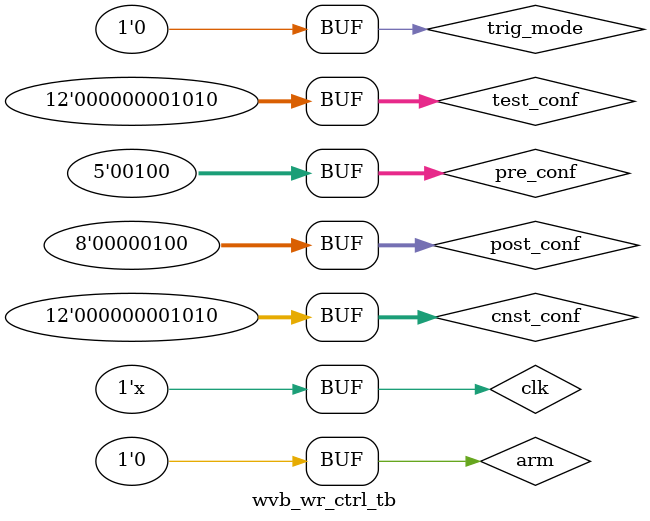
<source format=v>

`timescale 1ns/1ns

module wvb_wr_ctrl_tb();

parameter CLK_PERIOD = 10;
reg clk;
initial begin
  // clock initialization        
  clk = 1'b0;    
end

// clock driver
always @(clk)
  #(CLK_PERIOD / 2.0) clk <= !clk;

// test configuration
wire[4:0] pre_conf = 4;
wire[7:0] post_conf = 4;
wire[11:0] test_conf = 10;
wire[11:0] cnst_conf = 10;
reg cnst_run = 0;
wire trig_mode = 0;

// PTB signals and instantiation
reg rst = 1;
reg[11:0] adc_in = 0;
reg[7:0] discr_in = 5;
reg trig = 0;

wire[21:0] ptb_out;
wire[7:0] discr_out = ptb_out[21:14];
wire[11:0] adc_out = ptb_out[13:2];
wire tot_out = ptb_out[1];
wire ptb_rdy;
pretrigger_buffer #(.P_PRE_CONF_WIDTH(5), 
               .P_DATA_WIDTH(22))
PTB
(
  .clk(clk),
  .rst(rst),
  .adc_in(adc_in),
  .discr_in(discr_in),
  .tot_in(trig),
  .rdy(ptb_rdy),
  .ptb_out(ptb_out),
  .size_config(pre_conf)
);

// wvb wr controller signals and instantiation
wire arm = 0;

wire armed;
wire eoe;
wire wvb_overflow;
wire[11:0] wvb_wr_addr;
wire wvb_wrreq;
wire[159:0] hdr_data_in;
wire hdr_wrreq;

reg[47:0] ltc = 0;

reg[1:0] trig_src = 0;

wvb_wr_ctrl
WR_CTRL
(
 .clk(clk),
 .rst(rst),

 // Outputs
 .overflow_out(wvb_overflow),
 .armed(armed),
 .eoe(eoe),
 .wvb_wr_addr(wvb_wr_addr),
 .wvb_wren(wvb_wrreq),
 .hdr_data(hdr_data_in),
 .hdr_wren(hdr_wrreq),

 // Inputs
 .ltc(ltc),
 .pre_config(pre_conf),
 .post_config(post_conf),
 .test_config(test_conf),
 .cnst_config(cnst_conf),
 .trig_mode(trig_mode),
 .cnst_run(cnst_run),
 .arm(arm),
 .trig(trig && ptb_rdy),
 .trig_src(trig_src),   
 .overflow_in(1'b0)   
);

always @(posedge clk) begin
  ltc <= ltc + 1;

  if (!rst) begin
    adc_in <= adc_in + 1;
    discr_in <= discr_in + 1;
  end

  trig <= 0;
  trig_src <= 0;

  if (ltc == 5) begin
    rst <= 0;
  end

  if (ltc == 45) begin
    trig <= 1;
    trig_src <= 2;
  end

  // double trigger at 60
  if (ltc == 60 || ltc == 61) begin
    trig <= 1;
    trig_src <= 1;
  end

  // trigger w/ gap at 72
  if (ltc == 72 || ltc == 74) begin
    trig <= 1;
    trig_src <= 1;
  end

  // trig on last pretrigger sample
  if (ltc == 86 || ltc == 89) begin
    trig <= 1;
    trig_src <= 1;
  end

  // trig during SOT state
  if (ltc == 100 || ltc == 104) begin
    trig <= 1;
    trig_src <= 1;
  end

  // trig right after previous waveform is finished
  if (ltc == 113) begin
    trig <= 1;
    trig_src <= 1;
  end

  // trig during post samples
  if (ltc == 124 || ltc == 132) begin
    trig <= 1;
    trig_src <= 1;
  end

  // sw trigger
  if (ltc == 144) begin
    trig <= 1;
    trig_src <= 0;
  end

  // ext trigger
  if (ltc == 160) begin
    trig <= 1;
    trig_src <= 3;
  end

  if (ltc == 178) begin
    cnst_run <= 1;
  end

  // const trigger
  if (ltc == 180) begin  
    trig <= 1;
    trig_src <= 1;
  end

end


endmodule
</source>
